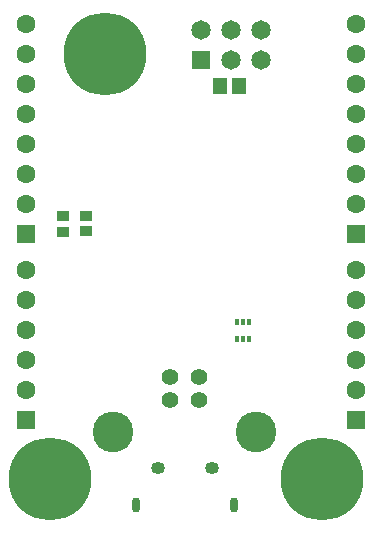
<source format=gbs>
G04*
G04 #@! TF.GenerationSoftware,Altium Limited,Altium Designer,18.1.11 (251)*
G04*
G04 Layer_Color=16711935*
%FSLAX25Y25*%
%MOIN*%
G70*
G01*
G75*
%ADD22R,0.05118X0.05512*%
%ADD25R,0.03937X0.03543*%
%ADD29O,0.04528X0.04134*%
%ADD30O,0.02953X0.05118*%
%ADD31C,0.06299*%
%ADD32R,0.06299X0.06299*%
%ADD33C,0.06496*%
%ADD34R,0.06496X0.06496*%
%ADD35C,0.27559*%
%ADD36C,0.13583*%
%ADD37C,0.05591*%
%ADD44R,0.01181X0.01968*%
D22*
X177150Y473500D02*
D03*
X170850D02*
D03*
D25*
X126000Y430315D02*
D03*
Y425000D02*
D03*
X118500Y424925D02*
D03*
Y430240D02*
D03*
D29*
X150130Y346043D02*
D03*
X167925D02*
D03*
D30*
X142590Y333760D02*
D03*
X175464D02*
D03*
D31*
X216000Y412000D02*
D03*
Y392000D02*
D03*
Y372000D02*
D03*
Y382000D02*
D03*
Y402000D02*
D03*
Y494000D02*
D03*
Y474000D02*
D03*
Y454000D02*
D03*
Y434000D02*
D03*
Y444000D02*
D03*
Y464000D02*
D03*
Y484000D02*
D03*
X106000Y412000D02*
D03*
Y392000D02*
D03*
Y372000D02*
D03*
Y382000D02*
D03*
Y402000D02*
D03*
Y494000D02*
D03*
Y474000D02*
D03*
Y454000D02*
D03*
Y434000D02*
D03*
Y444000D02*
D03*
Y464000D02*
D03*
Y484000D02*
D03*
D32*
X216000Y362000D02*
D03*
Y424000D02*
D03*
X106000Y362000D02*
D03*
Y424000D02*
D03*
D33*
X174500Y492000D02*
D03*
Y482000D02*
D03*
X164500Y492000D02*
D03*
X184500Y482000D02*
D03*
Y492000D02*
D03*
D34*
X164500Y482000D02*
D03*
D35*
X114173Y342500D02*
D03*
X204724D02*
D03*
X132500Y484252D02*
D03*
D36*
X182615Y358000D02*
D03*
X135213D02*
D03*
D37*
X153993Y376543D02*
D03*
X163835D02*
D03*
Y368669D02*
D03*
X153993D02*
D03*
D44*
X180469Y389244D02*
D03*
X178500D02*
D03*
X176532D02*
D03*
Y394756D02*
D03*
X178500D02*
D03*
X180469D02*
D03*
M02*

</source>
